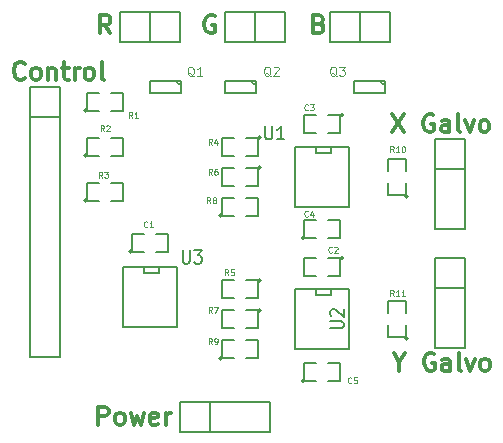
<source format=gto>
G04 #@! TF.FileFunction,Legend,Top*
%FSLAX46Y46*%
G04 Gerber Fmt 4.6, Leading zero omitted, Abs format (unit mm)*
G04 Created by KiCad (PCBNEW (2014-11-23 BZR 5300)-product) date Tue 25 Nov 2014 01:03:26 AM EST*
%MOMM*%
G01*
G04 APERTURE LIST*
%ADD10C,0.100000*%
%ADD11C,0.300000*%
%ADD12C,0.150000*%
%ADD13C,0.119380*%
%ADD14C,0.127000*%
%ADD15C,0.109220*%
G04 APERTURE END LIST*
D10*
D11*
X155765858Y-95785714D02*
X155694429Y-95857143D01*
X155480143Y-95928571D01*
X155337286Y-95928571D01*
X155123001Y-95857143D01*
X154980143Y-95714286D01*
X154908715Y-95571429D01*
X154837286Y-95285714D01*
X154837286Y-95071429D01*
X154908715Y-94785714D01*
X154980143Y-94642857D01*
X155123001Y-94500000D01*
X155337286Y-94428571D01*
X155480143Y-94428571D01*
X155694429Y-94500000D01*
X155765858Y-94571429D01*
X156623001Y-95928571D02*
X156480143Y-95857143D01*
X156408715Y-95785714D01*
X156337286Y-95642857D01*
X156337286Y-95214286D01*
X156408715Y-95071429D01*
X156480143Y-95000000D01*
X156623001Y-94928571D01*
X156837286Y-94928571D01*
X156980143Y-95000000D01*
X157051572Y-95071429D01*
X157123001Y-95214286D01*
X157123001Y-95642857D01*
X157051572Y-95785714D01*
X156980143Y-95857143D01*
X156837286Y-95928571D01*
X156623001Y-95928571D01*
X157765858Y-94928571D02*
X157765858Y-95928571D01*
X157765858Y-95071429D02*
X157837286Y-95000000D01*
X157980144Y-94928571D01*
X158194429Y-94928571D01*
X158337286Y-95000000D01*
X158408715Y-95142857D01*
X158408715Y-95928571D01*
X158908715Y-94928571D02*
X159480144Y-94928571D01*
X159123001Y-94428571D02*
X159123001Y-95714286D01*
X159194429Y-95857143D01*
X159337287Y-95928571D01*
X159480144Y-95928571D01*
X159980144Y-95928571D02*
X159980144Y-94928571D01*
X159980144Y-95214286D02*
X160051572Y-95071429D01*
X160123001Y-95000000D01*
X160265858Y-94928571D01*
X160408715Y-94928571D01*
X161123001Y-95928571D02*
X160980143Y-95857143D01*
X160908715Y-95785714D01*
X160837286Y-95642857D01*
X160837286Y-95214286D01*
X160908715Y-95071429D01*
X160980143Y-95000000D01*
X161123001Y-94928571D01*
X161337286Y-94928571D01*
X161480143Y-95000000D01*
X161551572Y-95071429D01*
X161623001Y-95214286D01*
X161623001Y-95642857D01*
X161551572Y-95785714D01*
X161480143Y-95857143D01*
X161337286Y-95928571D01*
X161123001Y-95928571D01*
X162480144Y-95928571D02*
X162337286Y-95857143D01*
X162265858Y-95714286D01*
X162265858Y-94428571D01*
X162008715Y-125138571D02*
X162008715Y-123638571D01*
X162580143Y-123638571D01*
X162723001Y-123710000D01*
X162794429Y-123781429D01*
X162865858Y-123924286D01*
X162865858Y-124138571D01*
X162794429Y-124281429D01*
X162723001Y-124352857D01*
X162580143Y-124424286D01*
X162008715Y-124424286D01*
X163723001Y-125138571D02*
X163580143Y-125067143D01*
X163508715Y-124995714D01*
X163437286Y-124852857D01*
X163437286Y-124424286D01*
X163508715Y-124281429D01*
X163580143Y-124210000D01*
X163723001Y-124138571D01*
X163937286Y-124138571D01*
X164080143Y-124210000D01*
X164151572Y-124281429D01*
X164223001Y-124424286D01*
X164223001Y-124852857D01*
X164151572Y-124995714D01*
X164080143Y-125067143D01*
X163937286Y-125138571D01*
X163723001Y-125138571D01*
X164723001Y-124138571D02*
X165008715Y-125138571D01*
X165294429Y-124424286D01*
X165580144Y-125138571D01*
X165865858Y-124138571D01*
X167008715Y-125067143D02*
X166865858Y-125138571D01*
X166580144Y-125138571D01*
X166437287Y-125067143D01*
X166365858Y-124924286D01*
X166365858Y-124352857D01*
X166437287Y-124210000D01*
X166580144Y-124138571D01*
X166865858Y-124138571D01*
X167008715Y-124210000D01*
X167080144Y-124352857D01*
X167080144Y-124495714D01*
X166365858Y-124638571D01*
X167723001Y-125138571D02*
X167723001Y-124138571D01*
X167723001Y-124424286D02*
X167794429Y-124281429D01*
X167865858Y-124210000D01*
X168008715Y-124138571D01*
X168151572Y-124138571D01*
X180701143Y-91205857D02*
X180915429Y-91277286D01*
X180986857Y-91348714D01*
X181058286Y-91491571D01*
X181058286Y-91705857D01*
X180986857Y-91848714D01*
X180915429Y-91920143D01*
X180772571Y-91991571D01*
X180201143Y-91991571D01*
X180201143Y-90491571D01*
X180701143Y-90491571D01*
X180844000Y-90563000D01*
X180915429Y-90634429D01*
X180986857Y-90777286D01*
X180986857Y-90920143D01*
X180915429Y-91063000D01*
X180844000Y-91134429D01*
X180701143Y-91205857D01*
X180201143Y-91205857D01*
X171842857Y-90563000D02*
X171700000Y-90491571D01*
X171485714Y-90491571D01*
X171271429Y-90563000D01*
X171128571Y-90705857D01*
X171057143Y-90848714D01*
X170985714Y-91134429D01*
X170985714Y-91348714D01*
X171057143Y-91634429D01*
X171128571Y-91777286D01*
X171271429Y-91920143D01*
X171485714Y-91991571D01*
X171628571Y-91991571D01*
X171842857Y-91920143D01*
X171914286Y-91848714D01*
X171914286Y-91348714D01*
X171628571Y-91348714D01*
X163024286Y-91991571D02*
X162524286Y-91277286D01*
X162167143Y-91991571D02*
X162167143Y-90491571D01*
X162738571Y-90491571D01*
X162881429Y-90563000D01*
X162952857Y-90634429D01*
X163024286Y-90777286D01*
X163024286Y-90991571D01*
X162952857Y-91134429D01*
X162881429Y-91205857D01*
X162738571Y-91277286D01*
X162167143Y-91277286D01*
X187492143Y-119852286D02*
X187492143Y-120566571D01*
X186992143Y-119066571D02*
X187492143Y-119852286D01*
X187992143Y-119066571D01*
X190420714Y-119138000D02*
X190277857Y-119066571D01*
X190063571Y-119066571D01*
X189849286Y-119138000D01*
X189706428Y-119280857D01*
X189635000Y-119423714D01*
X189563571Y-119709429D01*
X189563571Y-119923714D01*
X189635000Y-120209429D01*
X189706428Y-120352286D01*
X189849286Y-120495143D01*
X190063571Y-120566571D01*
X190206428Y-120566571D01*
X190420714Y-120495143D01*
X190492143Y-120423714D01*
X190492143Y-119923714D01*
X190206428Y-119923714D01*
X191777857Y-120566571D02*
X191777857Y-119780857D01*
X191706428Y-119638000D01*
X191563571Y-119566571D01*
X191277857Y-119566571D01*
X191135000Y-119638000D01*
X191777857Y-120495143D02*
X191635000Y-120566571D01*
X191277857Y-120566571D01*
X191135000Y-120495143D01*
X191063571Y-120352286D01*
X191063571Y-120209429D01*
X191135000Y-120066571D01*
X191277857Y-119995143D01*
X191635000Y-119995143D01*
X191777857Y-119923714D01*
X192706429Y-120566571D02*
X192563571Y-120495143D01*
X192492143Y-120352286D01*
X192492143Y-119066571D01*
X193135000Y-119566571D02*
X193492143Y-120566571D01*
X193849285Y-119566571D01*
X194635000Y-120566571D02*
X194492142Y-120495143D01*
X194420714Y-120423714D01*
X194349285Y-120280857D01*
X194349285Y-119852286D01*
X194420714Y-119709429D01*
X194492142Y-119638000D01*
X194635000Y-119566571D01*
X194849285Y-119566571D01*
X194992142Y-119638000D01*
X195063571Y-119709429D01*
X195135000Y-119852286D01*
X195135000Y-120280857D01*
X195063571Y-120423714D01*
X194992142Y-120495143D01*
X194849285Y-120566571D01*
X194635000Y-120566571D01*
X186865144Y-98873571D02*
X187865144Y-100373571D01*
X187865144Y-98873571D02*
X186865144Y-100373571D01*
X190365143Y-98945000D02*
X190222286Y-98873571D01*
X190008000Y-98873571D01*
X189793715Y-98945000D01*
X189650857Y-99087857D01*
X189579429Y-99230714D01*
X189508000Y-99516429D01*
X189508000Y-99730714D01*
X189579429Y-100016429D01*
X189650857Y-100159286D01*
X189793715Y-100302143D01*
X190008000Y-100373571D01*
X190150857Y-100373571D01*
X190365143Y-100302143D01*
X190436572Y-100230714D01*
X190436572Y-99730714D01*
X190150857Y-99730714D01*
X191722286Y-100373571D02*
X191722286Y-99587857D01*
X191650857Y-99445000D01*
X191508000Y-99373571D01*
X191222286Y-99373571D01*
X191079429Y-99445000D01*
X191722286Y-100302143D02*
X191579429Y-100373571D01*
X191222286Y-100373571D01*
X191079429Y-100302143D01*
X191008000Y-100159286D01*
X191008000Y-100016429D01*
X191079429Y-99873571D01*
X191222286Y-99802143D01*
X191579429Y-99802143D01*
X191722286Y-99730714D01*
X192650858Y-100373571D02*
X192508000Y-100302143D01*
X192436572Y-100159286D01*
X192436572Y-98873571D01*
X193079429Y-99373571D02*
X193436572Y-100373571D01*
X193793714Y-99373571D01*
X194579429Y-100373571D02*
X194436571Y-100302143D01*
X194365143Y-100230714D01*
X194293714Y-100087857D01*
X194293714Y-99659286D01*
X194365143Y-99516429D01*
X194436571Y-99445000D01*
X194579429Y-99373571D01*
X194793714Y-99373571D01*
X194936571Y-99445000D01*
X195008000Y-99516429D01*
X195079429Y-99659286D01*
X195079429Y-100087857D01*
X195008000Y-100230714D01*
X194936571Y-100302143D01*
X194793714Y-100373571D01*
X194579429Y-100373571D01*
D12*
X190500000Y-103505000D02*
X190500000Y-108585000D01*
X190500000Y-108585000D02*
X193040000Y-108585000D01*
X193040000Y-108585000D02*
X193040000Y-103505000D01*
X193040000Y-100965000D02*
X193040000Y-103505000D01*
X193040000Y-103505000D02*
X190500000Y-103505000D01*
X193040000Y-100965000D02*
X190500000Y-100965000D01*
X190500000Y-100965000D02*
X190500000Y-103505000D01*
X190500000Y-113538000D02*
X190500000Y-118618000D01*
X190500000Y-118618000D02*
X193040000Y-118618000D01*
X193040000Y-118618000D02*
X193040000Y-113538000D01*
X193040000Y-110998000D02*
X193040000Y-113538000D01*
X193040000Y-113538000D02*
X190500000Y-113538000D01*
X193040000Y-110998000D02*
X190500000Y-110998000D01*
X190500000Y-110998000D02*
X190500000Y-113538000D01*
X171450000Y-125730000D02*
X176530000Y-125730000D01*
X176530000Y-125730000D02*
X176530000Y-123190000D01*
X176530000Y-123190000D02*
X171450000Y-123190000D01*
X168910000Y-123190000D02*
X171450000Y-123190000D01*
X171450000Y-123190000D02*
X171450000Y-125730000D01*
X168910000Y-123190000D02*
X168910000Y-125730000D01*
X168910000Y-125730000D02*
X171450000Y-125730000D01*
X158750000Y-99060000D02*
X158750000Y-119380000D01*
X158750000Y-119380000D02*
X156210000Y-119380000D01*
X156210000Y-119380000D02*
X156210000Y-99060000D01*
X158750000Y-96520000D02*
X158750000Y-99060000D01*
X158750000Y-99060000D02*
X156210000Y-99060000D01*
X158750000Y-96520000D02*
X156210000Y-96520000D01*
X156210000Y-96520000D02*
X156210000Y-99060000D01*
X166370000Y-90170000D02*
X166370000Y-92710000D01*
X163830000Y-90170000D02*
X163830000Y-92710000D01*
X163830000Y-92710000D02*
X166370000Y-92710000D01*
X166370000Y-92710000D02*
X168910000Y-92710000D01*
X168910000Y-92710000D02*
X168910000Y-90170000D01*
X168910000Y-90170000D02*
X163830000Y-90170000D01*
X175260000Y-90170000D02*
X175260000Y-92710000D01*
X172720000Y-90170000D02*
X172720000Y-92710000D01*
X172720000Y-92710000D02*
X175260000Y-92710000D01*
X175260000Y-92710000D02*
X177800000Y-92710000D01*
X177800000Y-92710000D02*
X177800000Y-90170000D01*
X177800000Y-90170000D02*
X172720000Y-90170000D01*
X184150000Y-90170000D02*
X184150000Y-92710000D01*
X181610000Y-90170000D02*
X181610000Y-92710000D01*
X181610000Y-92710000D02*
X184150000Y-92710000D01*
X184150000Y-92710000D02*
X186690000Y-92710000D01*
X186690000Y-92710000D02*
X186690000Y-90170000D01*
X186690000Y-90170000D02*
X181610000Y-90170000D01*
X168975090Y-96169480D02*
G75*
G03X168975090Y-96169480I-159070J0D01*
G01*
X166370000Y-97028000D02*
X166370000Y-96012000D01*
X168973500Y-97028000D02*
X168973500Y-96012000D01*
X166370000Y-96012000D02*
X168973500Y-96012000D01*
X168973500Y-97028000D02*
X166370000Y-97028000D01*
X175325090Y-96169480D02*
G75*
G03X175325090Y-96169480I-159070J0D01*
G01*
X172720000Y-97028000D02*
X172720000Y-96012000D01*
X175323500Y-97028000D02*
X175323500Y-96012000D01*
X172720000Y-96012000D02*
X175323500Y-96012000D01*
X175323500Y-97028000D02*
X172720000Y-97028000D01*
X186247090Y-96169480D02*
G75*
G03X186247090Y-96169480I-159070J0D01*
G01*
X183642000Y-97028000D02*
X183642000Y-96012000D01*
X186245500Y-97028000D02*
X186245500Y-96012000D01*
X183642000Y-96012000D02*
X186245500Y-96012000D01*
X186245500Y-97028000D02*
X183642000Y-97028000D01*
X183261000Y-101600000D02*
X183261000Y-106680000D01*
X183261000Y-106680000D02*
X178689000Y-106680000D01*
X178689000Y-106680000D02*
X178689000Y-101600000D01*
X178689000Y-101600000D02*
X183261000Y-101600000D01*
X181737000Y-101600000D02*
X181737000Y-102108000D01*
X181737000Y-102108000D02*
X180467000Y-102108000D01*
X180467000Y-102108000D02*
X180467000Y-101600000D01*
X183261000Y-113665000D02*
X183261000Y-118745000D01*
X183261000Y-118745000D02*
X178689000Y-118745000D01*
X178689000Y-118745000D02*
X178689000Y-113665000D01*
X178689000Y-113665000D02*
X183261000Y-113665000D01*
X181737000Y-113665000D02*
X181737000Y-114173000D01*
X181737000Y-114173000D02*
X180467000Y-114173000D01*
X180467000Y-114173000D02*
X180467000Y-113665000D01*
X168656000Y-111760000D02*
X168656000Y-116840000D01*
X168656000Y-116840000D02*
X164084000Y-116840000D01*
X164084000Y-116840000D02*
X164084000Y-111760000D01*
X164084000Y-111760000D02*
X168656000Y-111760000D01*
X167132000Y-111760000D02*
X167132000Y-112268000D01*
X167132000Y-112268000D02*
X165862000Y-112268000D01*
X165862000Y-112268000D02*
X165862000Y-111760000D01*
X164846000Y-110490000D02*
G75*
G03X164846000Y-110490000I-127000J0D01*
G01*
X165862000Y-110490000D02*
X164846000Y-110490000D01*
X164846000Y-110490000D02*
X164846000Y-108966000D01*
X164846000Y-108966000D02*
X165862000Y-108966000D01*
X166878000Y-108966000D02*
X167894000Y-108966000D01*
X167894000Y-108966000D02*
X167894000Y-110490000D01*
X167894000Y-110490000D02*
X166878000Y-110490000D01*
X182753000Y-110998000D02*
G75*
G03X182753000Y-110998000I-127000J0D01*
G01*
X181483000Y-110998000D02*
X182499000Y-110998000D01*
X182499000Y-110998000D02*
X182499000Y-112522000D01*
X182499000Y-112522000D02*
X181483000Y-112522000D01*
X180467000Y-112522000D02*
X179451000Y-112522000D01*
X179451000Y-112522000D02*
X179451000Y-110998000D01*
X179451000Y-110998000D02*
X180467000Y-110998000D01*
X182753000Y-98933000D02*
G75*
G03X182753000Y-98933000I-127000J0D01*
G01*
X181483000Y-98933000D02*
X182499000Y-98933000D01*
X182499000Y-98933000D02*
X182499000Y-100457000D01*
X182499000Y-100457000D02*
X181483000Y-100457000D01*
X180467000Y-100457000D02*
X179451000Y-100457000D01*
X179451000Y-100457000D02*
X179451000Y-98933000D01*
X179451000Y-98933000D02*
X180467000Y-98933000D01*
X179451000Y-109347000D02*
G75*
G03X179451000Y-109347000I-127000J0D01*
G01*
X180467000Y-109347000D02*
X179451000Y-109347000D01*
X179451000Y-109347000D02*
X179451000Y-107823000D01*
X179451000Y-107823000D02*
X180467000Y-107823000D01*
X181483000Y-107823000D02*
X182499000Y-107823000D01*
X182499000Y-107823000D02*
X182499000Y-109347000D01*
X182499000Y-109347000D02*
X181483000Y-109347000D01*
X179451000Y-121412000D02*
G75*
G03X179451000Y-121412000I-127000J0D01*
G01*
X180467000Y-121412000D02*
X179451000Y-121412000D01*
X179451000Y-121412000D02*
X179451000Y-119888000D01*
X179451000Y-119888000D02*
X180467000Y-119888000D01*
X181483000Y-119888000D02*
X182499000Y-119888000D01*
X182499000Y-119888000D02*
X182499000Y-121412000D01*
X182499000Y-121412000D02*
X181483000Y-121412000D01*
X161036000Y-98552000D02*
G75*
G03X161036000Y-98552000I-127000J0D01*
G01*
X162052000Y-98552000D02*
X161036000Y-98552000D01*
X161036000Y-98552000D02*
X161036000Y-97028000D01*
X161036000Y-97028000D02*
X162052000Y-97028000D01*
X163068000Y-97028000D02*
X164084000Y-97028000D01*
X164084000Y-97028000D02*
X164084000Y-98552000D01*
X164084000Y-98552000D02*
X163068000Y-98552000D01*
X161036000Y-102362000D02*
G75*
G03X161036000Y-102362000I-127000J0D01*
G01*
X162052000Y-102362000D02*
X161036000Y-102362000D01*
X161036000Y-102362000D02*
X161036000Y-100838000D01*
X161036000Y-100838000D02*
X162052000Y-100838000D01*
X163068000Y-100838000D02*
X164084000Y-100838000D01*
X164084000Y-100838000D02*
X164084000Y-102362000D01*
X164084000Y-102362000D02*
X163068000Y-102362000D01*
X161036000Y-106172000D02*
G75*
G03X161036000Y-106172000I-127000J0D01*
G01*
X162052000Y-106172000D02*
X161036000Y-106172000D01*
X161036000Y-106172000D02*
X161036000Y-104648000D01*
X161036000Y-104648000D02*
X162052000Y-104648000D01*
X163068000Y-104648000D02*
X164084000Y-104648000D01*
X164084000Y-104648000D02*
X164084000Y-106172000D01*
X164084000Y-106172000D02*
X163068000Y-106172000D01*
X175768000Y-100838000D02*
G75*
G03X175768000Y-100838000I-127000J0D01*
G01*
X174498000Y-100838000D02*
X175514000Y-100838000D01*
X175514000Y-100838000D02*
X175514000Y-102362000D01*
X175514000Y-102362000D02*
X174498000Y-102362000D01*
X173482000Y-102362000D02*
X172466000Y-102362000D01*
X172466000Y-102362000D02*
X172466000Y-100838000D01*
X172466000Y-100838000D02*
X173482000Y-100838000D01*
X175768000Y-112903000D02*
G75*
G03X175768000Y-112903000I-127000J0D01*
G01*
X174498000Y-112903000D02*
X175514000Y-112903000D01*
X175514000Y-112903000D02*
X175514000Y-114427000D01*
X175514000Y-114427000D02*
X174498000Y-114427000D01*
X173482000Y-114427000D02*
X172466000Y-114427000D01*
X172466000Y-114427000D02*
X172466000Y-112903000D01*
X172466000Y-112903000D02*
X173482000Y-112903000D01*
X175768000Y-103378000D02*
G75*
G03X175768000Y-103378000I-127000J0D01*
G01*
X174498000Y-103378000D02*
X175514000Y-103378000D01*
X175514000Y-103378000D02*
X175514000Y-104902000D01*
X175514000Y-104902000D02*
X174498000Y-104902000D01*
X173482000Y-104902000D02*
X172466000Y-104902000D01*
X172466000Y-104902000D02*
X172466000Y-103378000D01*
X172466000Y-103378000D02*
X173482000Y-103378000D01*
X175768000Y-115443000D02*
G75*
G03X175768000Y-115443000I-127000J0D01*
G01*
X174498000Y-115443000D02*
X175514000Y-115443000D01*
X175514000Y-115443000D02*
X175514000Y-116967000D01*
X175514000Y-116967000D02*
X174498000Y-116967000D01*
X173482000Y-116967000D02*
X172466000Y-116967000D01*
X172466000Y-116967000D02*
X172466000Y-115443000D01*
X172466000Y-115443000D02*
X173482000Y-115443000D01*
X172466000Y-107442000D02*
G75*
G03X172466000Y-107442000I-127000J0D01*
G01*
X173482000Y-107442000D02*
X172466000Y-107442000D01*
X172466000Y-107442000D02*
X172466000Y-105918000D01*
X172466000Y-105918000D02*
X173482000Y-105918000D01*
X174498000Y-105918000D02*
X175514000Y-105918000D01*
X175514000Y-105918000D02*
X175514000Y-107442000D01*
X175514000Y-107442000D02*
X174498000Y-107442000D01*
X172466000Y-119507000D02*
G75*
G03X172466000Y-119507000I-127000J0D01*
G01*
X173482000Y-119507000D02*
X172466000Y-119507000D01*
X172466000Y-119507000D02*
X172466000Y-117983000D01*
X172466000Y-117983000D02*
X173482000Y-117983000D01*
X174498000Y-117983000D02*
X175514000Y-117983000D01*
X175514000Y-117983000D02*
X175514000Y-119507000D01*
X175514000Y-119507000D02*
X174498000Y-119507000D01*
X188214000Y-105791000D02*
G75*
G03X188214000Y-105791000I-127000J0D01*
G01*
X188087000Y-104648000D02*
X188087000Y-105664000D01*
X188087000Y-105664000D02*
X186563000Y-105664000D01*
X186563000Y-105664000D02*
X186563000Y-104648000D01*
X186563000Y-103632000D02*
X186563000Y-102616000D01*
X186563000Y-102616000D02*
X188087000Y-102616000D01*
X188087000Y-102616000D02*
X188087000Y-103632000D01*
X188214000Y-117856000D02*
G75*
G03X188214000Y-117856000I-127000J0D01*
G01*
X188087000Y-116713000D02*
X188087000Y-117729000D01*
X188087000Y-117729000D02*
X186563000Y-117729000D01*
X186563000Y-117729000D02*
X186563000Y-116713000D01*
X186563000Y-115697000D02*
X186563000Y-114681000D01*
X186563000Y-114681000D02*
X188087000Y-114681000D01*
X188087000Y-114681000D02*
X188087000Y-115697000D01*
D13*
X170107429Y-95667286D02*
X170034857Y-95631000D01*
X169962286Y-95558429D01*
X169853429Y-95449571D01*
X169780857Y-95413286D01*
X169708286Y-95413286D01*
X169744571Y-95594714D02*
X169672000Y-95558429D01*
X169599429Y-95485857D01*
X169563143Y-95340714D01*
X169563143Y-95086714D01*
X169599429Y-94941571D01*
X169672000Y-94869000D01*
X169744571Y-94832714D01*
X169889714Y-94832714D01*
X169962286Y-94869000D01*
X170034857Y-94941571D01*
X170071143Y-95086714D01*
X170071143Y-95340714D01*
X170034857Y-95485857D01*
X169962286Y-95558429D01*
X169889714Y-95594714D01*
X169744571Y-95594714D01*
X170796857Y-95594714D02*
X170361429Y-95594714D01*
X170579143Y-95594714D02*
X170579143Y-94832714D01*
X170506572Y-94941571D01*
X170434000Y-95014143D01*
X170361429Y-95050429D01*
X176584429Y-95667286D02*
X176511857Y-95631000D01*
X176439286Y-95558429D01*
X176330429Y-95449571D01*
X176257857Y-95413286D01*
X176185286Y-95413286D01*
X176221571Y-95594714D02*
X176149000Y-95558429D01*
X176076429Y-95485857D01*
X176040143Y-95340714D01*
X176040143Y-95086714D01*
X176076429Y-94941571D01*
X176149000Y-94869000D01*
X176221571Y-94832714D01*
X176366714Y-94832714D01*
X176439286Y-94869000D01*
X176511857Y-94941571D01*
X176548143Y-95086714D01*
X176548143Y-95340714D01*
X176511857Y-95485857D01*
X176439286Y-95558429D01*
X176366714Y-95594714D01*
X176221571Y-95594714D01*
X176838429Y-94905286D02*
X176874715Y-94869000D01*
X176947286Y-94832714D01*
X177128715Y-94832714D01*
X177201286Y-94869000D01*
X177237572Y-94905286D01*
X177273857Y-94977857D01*
X177273857Y-95050429D01*
X177237572Y-95159286D01*
X176802143Y-95594714D01*
X177273857Y-95594714D01*
X182172429Y-95667286D02*
X182099857Y-95631000D01*
X182027286Y-95558429D01*
X181918429Y-95449571D01*
X181845857Y-95413286D01*
X181773286Y-95413286D01*
X181809571Y-95594714D02*
X181737000Y-95558429D01*
X181664429Y-95485857D01*
X181628143Y-95340714D01*
X181628143Y-95086714D01*
X181664429Y-94941571D01*
X181737000Y-94869000D01*
X181809571Y-94832714D01*
X181954714Y-94832714D01*
X182027286Y-94869000D01*
X182099857Y-94941571D01*
X182136143Y-95086714D01*
X182136143Y-95340714D01*
X182099857Y-95485857D01*
X182027286Y-95558429D01*
X181954714Y-95594714D01*
X181809571Y-95594714D01*
X182390143Y-94832714D02*
X182861857Y-94832714D01*
X182607857Y-95123000D01*
X182716715Y-95123000D01*
X182789286Y-95159286D01*
X182825572Y-95195571D01*
X182861857Y-95268143D01*
X182861857Y-95449571D01*
X182825572Y-95522143D01*
X182789286Y-95558429D01*
X182716715Y-95594714D01*
X182499000Y-95594714D01*
X182426429Y-95558429D01*
X182390143Y-95522143D01*
D14*
X176136905Y-99831071D02*
X176136905Y-100756357D01*
X176185286Y-100865214D01*
X176233667Y-100919643D01*
X176330429Y-100974071D01*
X176523952Y-100974071D01*
X176620714Y-100919643D01*
X176669095Y-100865214D01*
X176717476Y-100756357D01*
X176717476Y-99831071D01*
X177733476Y-100974071D02*
X177152905Y-100974071D01*
X177443191Y-100974071D02*
X177443191Y-99831071D01*
X177346429Y-99994357D01*
X177249667Y-100103214D01*
X177152905Y-100157643D01*
X181619071Y-116979095D02*
X182544357Y-116979095D01*
X182653214Y-116930714D01*
X182707643Y-116882333D01*
X182762071Y-116785571D01*
X182762071Y-116592048D01*
X182707643Y-116495286D01*
X182653214Y-116446905D01*
X182544357Y-116398524D01*
X181619071Y-116398524D01*
X181727929Y-115963095D02*
X181673500Y-115914714D01*
X181619071Y-115817952D01*
X181619071Y-115576048D01*
X181673500Y-115479286D01*
X181727929Y-115430905D01*
X181836786Y-115382524D01*
X181945643Y-115382524D01*
X182108929Y-115430905D01*
X182762071Y-116011476D01*
X182762071Y-115382524D01*
X169151905Y-110372071D02*
X169151905Y-111297357D01*
X169200286Y-111406214D01*
X169248667Y-111460643D01*
X169345429Y-111515071D01*
X169538952Y-111515071D01*
X169635714Y-111460643D01*
X169684095Y-111406214D01*
X169732476Y-111297357D01*
X169732476Y-110372071D01*
X170119524Y-110372071D02*
X170748476Y-110372071D01*
X170409810Y-110807500D01*
X170554952Y-110807500D01*
X170651714Y-110861929D01*
X170700095Y-110916357D01*
X170748476Y-111025214D01*
X170748476Y-111297357D01*
X170700095Y-111406214D01*
X170651714Y-111460643D01*
X170554952Y-111515071D01*
X170264667Y-111515071D01*
X170167905Y-111460643D01*
X170119524Y-111406214D01*
D15*
X166159604Y-108382707D02*
X166135776Y-108406535D01*
X166064293Y-108430362D01*
X166016638Y-108430362D01*
X165945155Y-108406535D01*
X165897500Y-108358880D01*
X165873672Y-108311224D01*
X165849844Y-108215914D01*
X165849844Y-108144431D01*
X165873672Y-108049120D01*
X165897500Y-108001465D01*
X165945155Y-107953810D01*
X166016638Y-107929982D01*
X166064293Y-107929982D01*
X166135776Y-107953810D01*
X166159604Y-107977638D01*
X166636156Y-108430362D02*
X166350224Y-108430362D01*
X166493190Y-108430362D02*
X166493190Y-107929982D01*
X166445535Y-108001465D01*
X166397880Y-108049120D01*
X166350224Y-108072948D01*
X181780604Y-110541707D02*
X181756776Y-110565535D01*
X181685293Y-110589362D01*
X181637638Y-110589362D01*
X181566155Y-110565535D01*
X181518500Y-110517880D01*
X181494672Y-110470224D01*
X181470844Y-110374914D01*
X181470844Y-110303431D01*
X181494672Y-110208120D01*
X181518500Y-110160465D01*
X181566155Y-110112810D01*
X181637638Y-110088982D01*
X181685293Y-110088982D01*
X181756776Y-110112810D01*
X181780604Y-110136638D01*
X181971224Y-110136638D02*
X181995052Y-110112810D01*
X182042707Y-110088982D01*
X182161845Y-110088982D01*
X182209501Y-110112810D01*
X182233328Y-110136638D01*
X182257156Y-110184293D01*
X182257156Y-110231948D01*
X182233328Y-110303431D01*
X181947397Y-110589362D01*
X182257156Y-110589362D01*
X179748604Y-98476707D02*
X179724776Y-98500535D01*
X179653293Y-98524362D01*
X179605638Y-98524362D01*
X179534155Y-98500535D01*
X179486500Y-98452880D01*
X179462672Y-98405224D01*
X179438844Y-98309914D01*
X179438844Y-98238431D01*
X179462672Y-98143120D01*
X179486500Y-98095465D01*
X179534155Y-98047810D01*
X179605638Y-98023982D01*
X179653293Y-98023982D01*
X179724776Y-98047810D01*
X179748604Y-98071638D01*
X179915397Y-98023982D02*
X180225156Y-98023982D01*
X180058363Y-98214603D01*
X180129845Y-98214603D01*
X180177501Y-98238431D01*
X180201328Y-98262259D01*
X180225156Y-98309914D01*
X180225156Y-98429052D01*
X180201328Y-98476707D01*
X180177501Y-98500535D01*
X180129845Y-98524362D01*
X179986880Y-98524362D01*
X179939224Y-98500535D01*
X179915397Y-98476707D01*
X179748604Y-107493707D02*
X179724776Y-107517535D01*
X179653293Y-107541362D01*
X179605638Y-107541362D01*
X179534155Y-107517535D01*
X179486500Y-107469880D01*
X179462672Y-107422224D01*
X179438844Y-107326914D01*
X179438844Y-107255431D01*
X179462672Y-107160120D01*
X179486500Y-107112465D01*
X179534155Y-107064810D01*
X179605638Y-107040982D01*
X179653293Y-107040982D01*
X179724776Y-107064810D01*
X179748604Y-107088638D01*
X180177501Y-107207776D02*
X180177501Y-107541362D01*
X180058363Y-107017155D02*
X179939224Y-107374569D01*
X180248984Y-107374569D01*
X183431604Y-121590707D02*
X183407776Y-121614535D01*
X183336293Y-121638362D01*
X183288638Y-121638362D01*
X183217155Y-121614535D01*
X183169500Y-121566880D01*
X183145672Y-121519224D01*
X183121844Y-121423914D01*
X183121844Y-121352431D01*
X183145672Y-121257120D01*
X183169500Y-121209465D01*
X183217155Y-121161810D01*
X183288638Y-121137982D01*
X183336293Y-121137982D01*
X183407776Y-121161810D01*
X183431604Y-121185638D01*
X183884328Y-121137982D02*
X183646052Y-121137982D01*
X183622224Y-121376259D01*
X183646052Y-121352431D01*
X183693707Y-121328603D01*
X183812845Y-121328603D01*
X183860501Y-121352431D01*
X183884328Y-121376259D01*
X183908156Y-121423914D01*
X183908156Y-121543052D01*
X183884328Y-121590707D01*
X183860501Y-121614535D01*
X183812845Y-121638362D01*
X183693707Y-121638362D01*
X183646052Y-121614535D01*
X183622224Y-121590707D01*
X164889604Y-99159362D02*
X164722810Y-98921086D01*
X164603672Y-99159362D02*
X164603672Y-98658982D01*
X164794293Y-98658982D01*
X164841948Y-98682810D01*
X164865776Y-98706638D01*
X164889604Y-98754293D01*
X164889604Y-98825776D01*
X164865776Y-98873431D01*
X164841948Y-98897259D01*
X164794293Y-98921086D01*
X164603672Y-98921086D01*
X165366156Y-99159362D02*
X165080224Y-99159362D01*
X165223190Y-99159362D02*
X165223190Y-98658982D01*
X165175535Y-98730465D01*
X165127880Y-98778120D01*
X165080224Y-98801948D01*
X162476604Y-100302362D02*
X162309810Y-100064086D01*
X162190672Y-100302362D02*
X162190672Y-99801982D01*
X162381293Y-99801982D01*
X162428948Y-99825810D01*
X162452776Y-99849638D01*
X162476604Y-99897293D01*
X162476604Y-99968776D01*
X162452776Y-100016431D01*
X162428948Y-100040259D01*
X162381293Y-100064086D01*
X162190672Y-100064086D01*
X162667224Y-99849638D02*
X162691052Y-99825810D01*
X162738707Y-99801982D01*
X162857845Y-99801982D01*
X162905501Y-99825810D01*
X162929328Y-99849638D01*
X162953156Y-99897293D01*
X162953156Y-99944948D01*
X162929328Y-100016431D01*
X162643397Y-100302362D01*
X162953156Y-100302362D01*
X162349604Y-104239362D02*
X162182810Y-104001086D01*
X162063672Y-104239362D02*
X162063672Y-103738982D01*
X162254293Y-103738982D01*
X162301948Y-103762810D01*
X162325776Y-103786638D01*
X162349604Y-103834293D01*
X162349604Y-103905776D01*
X162325776Y-103953431D01*
X162301948Y-103977259D01*
X162254293Y-104001086D01*
X162063672Y-104001086D01*
X162516397Y-103738982D02*
X162826156Y-103738982D01*
X162659363Y-103929603D01*
X162730845Y-103929603D01*
X162778501Y-103953431D01*
X162802328Y-103977259D01*
X162826156Y-104024914D01*
X162826156Y-104144052D01*
X162802328Y-104191707D01*
X162778501Y-104215535D01*
X162730845Y-104239362D01*
X162587880Y-104239362D01*
X162540224Y-104215535D01*
X162516397Y-104191707D01*
X171620604Y-101445362D02*
X171453810Y-101207086D01*
X171334672Y-101445362D02*
X171334672Y-100944982D01*
X171525293Y-100944982D01*
X171572948Y-100968810D01*
X171596776Y-100992638D01*
X171620604Y-101040293D01*
X171620604Y-101111776D01*
X171596776Y-101159431D01*
X171572948Y-101183259D01*
X171525293Y-101207086D01*
X171334672Y-101207086D01*
X172049501Y-101111776D02*
X172049501Y-101445362D01*
X171930363Y-100921155D02*
X171811224Y-101278569D01*
X172120984Y-101278569D01*
X173017604Y-112494362D02*
X172850810Y-112256086D01*
X172731672Y-112494362D02*
X172731672Y-111993982D01*
X172922293Y-111993982D01*
X172969948Y-112017810D01*
X172993776Y-112041638D01*
X173017604Y-112089293D01*
X173017604Y-112160776D01*
X172993776Y-112208431D01*
X172969948Y-112232259D01*
X172922293Y-112256086D01*
X172731672Y-112256086D01*
X173470328Y-111993982D02*
X173232052Y-111993982D01*
X173208224Y-112232259D01*
X173232052Y-112208431D01*
X173279707Y-112184603D01*
X173398845Y-112184603D01*
X173446501Y-112208431D01*
X173470328Y-112232259D01*
X173494156Y-112279914D01*
X173494156Y-112399052D01*
X173470328Y-112446707D01*
X173446501Y-112470535D01*
X173398845Y-112494362D01*
X173279707Y-112494362D01*
X173232052Y-112470535D01*
X173208224Y-112446707D01*
X171620604Y-103985362D02*
X171453810Y-103747086D01*
X171334672Y-103985362D02*
X171334672Y-103484982D01*
X171525293Y-103484982D01*
X171572948Y-103508810D01*
X171596776Y-103532638D01*
X171620604Y-103580293D01*
X171620604Y-103651776D01*
X171596776Y-103699431D01*
X171572948Y-103723259D01*
X171525293Y-103747086D01*
X171334672Y-103747086D01*
X172049501Y-103484982D02*
X171954190Y-103484982D01*
X171906535Y-103508810D01*
X171882707Y-103532638D01*
X171835052Y-103604120D01*
X171811224Y-103699431D01*
X171811224Y-103890052D01*
X171835052Y-103937707D01*
X171858880Y-103961535D01*
X171906535Y-103985362D01*
X172001845Y-103985362D01*
X172049501Y-103961535D01*
X172073328Y-103937707D01*
X172097156Y-103890052D01*
X172097156Y-103770914D01*
X172073328Y-103723259D01*
X172049501Y-103699431D01*
X172001845Y-103675603D01*
X171906535Y-103675603D01*
X171858880Y-103699431D01*
X171835052Y-103723259D01*
X171811224Y-103770914D01*
X171620604Y-115669362D02*
X171453810Y-115431086D01*
X171334672Y-115669362D02*
X171334672Y-115168982D01*
X171525293Y-115168982D01*
X171572948Y-115192810D01*
X171596776Y-115216638D01*
X171620604Y-115264293D01*
X171620604Y-115335776D01*
X171596776Y-115383431D01*
X171572948Y-115407259D01*
X171525293Y-115431086D01*
X171334672Y-115431086D01*
X171787397Y-115168982D02*
X172120984Y-115168982D01*
X171906535Y-115669362D01*
X171493604Y-106398362D02*
X171326810Y-106160086D01*
X171207672Y-106398362D02*
X171207672Y-105897982D01*
X171398293Y-105897982D01*
X171445948Y-105921810D01*
X171469776Y-105945638D01*
X171493604Y-105993293D01*
X171493604Y-106064776D01*
X171469776Y-106112431D01*
X171445948Y-106136259D01*
X171398293Y-106160086D01*
X171207672Y-106160086D01*
X171779535Y-106112431D02*
X171731880Y-106088603D01*
X171708052Y-106064776D01*
X171684224Y-106017120D01*
X171684224Y-105993293D01*
X171708052Y-105945638D01*
X171731880Y-105921810D01*
X171779535Y-105897982D01*
X171874845Y-105897982D01*
X171922501Y-105921810D01*
X171946328Y-105945638D01*
X171970156Y-105993293D01*
X171970156Y-106017120D01*
X171946328Y-106064776D01*
X171922501Y-106088603D01*
X171874845Y-106112431D01*
X171779535Y-106112431D01*
X171731880Y-106136259D01*
X171708052Y-106160086D01*
X171684224Y-106207741D01*
X171684224Y-106303052D01*
X171708052Y-106350707D01*
X171731880Y-106374535D01*
X171779535Y-106398362D01*
X171874845Y-106398362D01*
X171922501Y-106374535D01*
X171946328Y-106350707D01*
X171970156Y-106303052D01*
X171970156Y-106207741D01*
X171946328Y-106160086D01*
X171922501Y-106136259D01*
X171874845Y-106112431D01*
X171620604Y-118336362D02*
X171453810Y-118098086D01*
X171334672Y-118336362D02*
X171334672Y-117835982D01*
X171525293Y-117835982D01*
X171572948Y-117859810D01*
X171596776Y-117883638D01*
X171620604Y-117931293D01*
X171620604Y-118002776D01*
X171596776Y-118050431D01*
X171572948Y-118074259D01*
X171525293Y-118098086D01*
X171334672Y-118098086D01*
X171858880Y-118336362D02*
X171954190Y-118336362D01*
X172001845Y-118312535D01*
X172025673Y-118288707D01*
X172073328Y-118217224D01*
X172097156Y-118121914D01*
X172097156Y-117931293D01*
X172073328Y-117883638D01*
X172049501Y-117859810D01*
X172001845Y-117835982D01*
X171906535Y-117835982D01*
X171858880Y-117859810D01*
X171835052Y-117883638D01*
X171811224Y-117931293D01*
X171811224Y-118050431D01*
X171835052Y-118098086D01*
X171858880Y-118121914D01*
X171906535Y-118145741D01*
X172001845Y-118145741D01*
X172049501Y-118121914D01*
X172073328Y-118098086D01*
X172097156Y-118050431D01*
X187003328Y-102080362D02*
X186836534Y-101842086D01*
X186717396Y-102080362D02*
X186717396Y-101579982D01*
X186908017Y-101579982D01*
X186955672Y-101603810D01*
X186979500Y-101627638D01*
X187003328Y-101675293D01*
X187003328Y-101746776D01*
X186979500Y-101794431D01*
X186955672Y-101818259D01*
X186908017Y-101842086D01*
X186717396Y-101842086D01*
X187479880Y-102080362D02*
X187193948Y-102080362D01*
X187336914Y-102080362D02*
X187336914Y-101579982D01*
X187289259Y-101651465D01*
X187241604Y-101699120D01*
X187193948Y-101722948D01*
X187789639Y-101579982D02*
X187837294Y-101579982D01*
X187884949Y-101603810D01*
X187908777Y-101627638D01*
X187932604Y-101675293D01*
X187956432Y-101770603D01*
X187956432Y-101889741D01*
X187932604Y-101985052D01*
X187908777Y-102032707D01*
X187884949Y-102056535D01*
X187837294Y-102080362D01*
X187789639Y-102080362D01*
X187741983Y-102056535D01*
X187718156Y-102032707D01*
X187694328Y-101985052D01*
X187670500Y-101889741D01*
X187670500Y-101770603D01*
X187694328Y-101675293D01*
X187718156Y-101627638D01*
X187741983Y-101603810D01*
X187789639Y-101579982D01*
X187003328Y-114272362D02*
X186836534Y-114034086D01*
X186717396Y-114272362D02*
X186717396Y-113771982D01*
X186908017Y-113771982D01*
X186955672Y-113795810D01*
X186979500Y-113819638D01*
X187003328Y-113867293D01*
X187003328Y-113938776D01*
X186979500Y-113986431D01*
X186955672Y-114010259D01*
X186908017Y-114034086D01*
X186717396Y-114034086D01*
X187479880Y-114272362D02*
X187193948Y-114272362D01*
X187336914Y-114272362D02*
X187336914Y-113771982D01*
X187289259Y-113843465D01*
X187241604Y-113891120D01*
X187193948Y-113914948D01*
X187956432Y-114272362D02*
X187670500Y-114272362D01*
X187813466Y-114272362D02*
X187813466Y-113771982D01*
X187765811Y-113843465D01*
X187718156Y-113891120D01*
X187670500Y-113914948D01*
M02*

</source>
